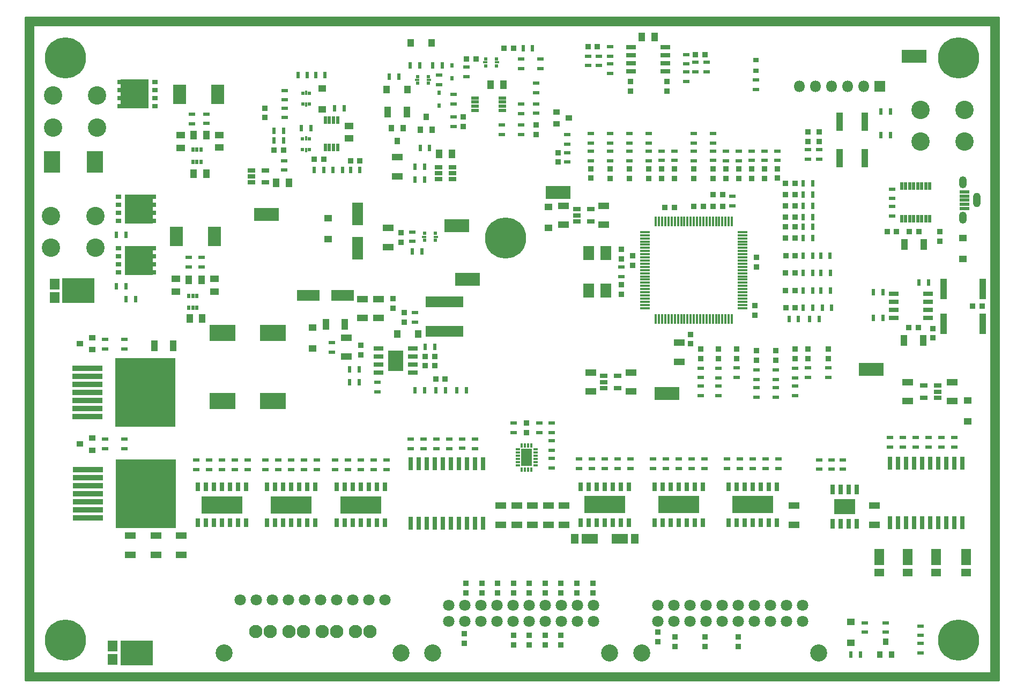
<source format=gbr>
G04 #@! TF.FileFunction,Soldermask,Top*
%FSLAX46Y46*%
G04 Gerber Fmt 4.6, Leading zero omitted, Abs format (unit mm)*
G04 Created by KiCad (PCBNEW 4.0.7) date 01/15/18 18:20:15*
%MOMM*%
%LPD*%
G01*
G04 APERTURE LIST*
%ADD10C,0.100000*%
%ADD11R,0.850000X0.900000*%
%ADD12R,0.900000X0.850000*%
%ADD13R,1.800000X2.200000*%
%ADD14R,0.500000X1.300000*%
%ADD15R,0.500000X0.750000*%
%ADD16R,1.160000X0.750000*%
%ADD17R,0.800000X0.350000*%
%ADD18R,0.350000X0.800000*%
%ADD19R,0.925000X1.425000*%
%ADD20R,1.200000X0.500000*%
%ADD21R,1.650000X0.700000*%
%ADD22R,0.700000X2.050000*%
%ADD23R,0.750000X1.410000*%
%ADD24R,6.500000X2.750000*%
%ADD25R,9.500000X10.900000*%
%ADD26R,4.700000X0.900000*%
%ADD27R,0.500000X1.200000*%
%ADD28R,0.600000X1.000000*%
%ADD29R,1.000000X0.600000*%
%ADD30R,1.000000X0.900000*%
%ADD31R,6.000000X1.700000*%
%ADD32R,1.300000X1.000000*%
%ADD33R,1.000000X1.300000*%
%ADD34R,0.900000X1.000000*%
%ADD35R,2.600000X3.400000*%
%ADD36R,1.100000X1.700000*%
%ADD37R,1.100000X1.350000*%
%ADD38R,1.350000X1.100000*%
%ADD39R,1.700000X1.100000*%
%ADD40R,1.700000X3.600000*%
%ADD41R,3.600000X1.700000*%
%ADD42R,0.475000X0.600000*%
%ADD43R,0.400000X0.750000*%
%ADD44R,0.600000X0.475000*%
%ADD45R,0.750000X0.400000*%
%ADD46R,0.900000X0.800000*%
%ADD47R,4.390000X4.600000*%
%ADD48R,1.700000X1.650000*%
%ADD49R,1.300000X1.650000*%
%ADD50R,1.800000X1.800000*%
%ADD51O,1.800000X1.800000*%
%ADD52R,0.550000X0.700000*%
%ADD53C,2.900000*%
%ADD54R,4.100000X2.600000*%
%ADD55R,0.900000X0.700000*%
%ADD56R,1.600000X2.500000*%
%ADD57R,1.600000X1.150000*%
%ADD58R,2.500000X1.600000*%
%ADD59R,1.150000X1.600000*%
%ADD60C,6.500000*%
%ADD61C,0.900000*%
%ADD62R,1.100000X2.850000*%
%ADD63C,1.800000*%
%ADD64C,2.700000*%
%ADD65R,1.600000X0.400000*%
%ADD66R,0.400000X1.600000*%
%ADD67R,1.300000X1.700000*%
%ADD68R,0.700000X1.650000*%
%ADD69R,1.700000X1.300000*%
%ADD70R,2.098980X3.099740*%
%ADD71R,1.500000X1.700000*%
%ADD72R,5.060000X3.900000*%
%ADD73R,2.000000X1.800000*%
%ADD74R,0.700000X2.500000*%
%ADD75C,2.100000*%
%ADD76R,3.900000X2.100000*%
%ADD77R,1.100000X3.300000*%
%ADD78R,1.600000X0.550000*%
%ADD79O,1.200000X1.900000*%
%ADD80O,1.200000X2.300000*%
%ADD81C,0.254000*%
G04 APERTURE END LIST*
D10*
D11*
X137000000Y47750000D03*
X137000000Y49250000D03*
D12*
X113714000Y72156000D03*
X115214000Y72156000D03*
D13*
X85334000Y55260000D03*
X85334000Y61160000D03*
X82634000Y61160000D03*
X82634000Y55260000D03*
D14*
X136498500Y71732000D03*
X135863500Y71732000D03*
X135228500Y71732000D03*
X134593500Y71732000D03*
X133958500Y71732000D03*
X133323500Y71732000D03*
X132688500Y71732000D03*
X132053500Y71732000D03*
X132053500Y66532000D03*
X132688500Y66532000D03*
X133323500Y66532000D03*
X133958500Y66532000D03*
X134593500Y66532000D03*
X135228500Y66532000D03*
X135863500Y66532000D03*
X136498500Y66532000D03*
D15*
X19453000Y52500000D03*
X20753000Y52500000D03*
X20103000Y54400000D03*
X20103000Y52500000D03*
X20753000Y54400000D03*
X19453000Y54400000D03*
D16*
X58893000Y74706000D03*
X58893000Y73756000D03*
X58893000Y72806000D03*
X61093000Y72806000D03*
X61093000Y74706000D03*
X61093000Y73756000D03*
D17*
X71405000Y30119000D03*
X71405000Y29619000D03*
X71405000Y29119000D03*
X71405000Y28619000D03*
X71405000Y28119000D03*
X71405000Y27619000D03*
D18*
X72055000Y26969000D03*
X72555000Y26969000D03*
X73055000Y26969000D03*
X73555000Y26969000D03*
D17*
X74205000Y27619000D03*
X74205000Y28119000D03*
X74205000Y28619000D03*
X74205000Y29119000D03*
X74205000Y29619000D03*
X74205000Y30119000D03*
D18*
X73555000Y30769000D03*
X73055000Y30769000D03*
X72555000Y30769000D03*
X72055000Y30769000D03*
D19*
X73217500Y28206500D03*
X73217500Y29531500D03*
X72392500Y28206500D03*
X72392500Y29531500D03*
D20*
X64701000Y85653000D03*
X64701000Y85003000D03*
X64701000Y84353000D03*
X64701000Y83703000D03*
X69001000Y83703000D03*
X69001000Y84353000D03*
X69001000Y85003000D03*
X69001000Y85653000D03*
D16*
X80768000Y68050000D03*
X80768000Y67100000D03*
X80768000Y66150000D03*
X82968000Y66150000D03*
X82968000Y68050000D03*
X84964000Y41718000D03*
X84964000Y40768000D03*
X84964000Y39818000D03*
X87164000Y39818000D03*
X87164000Y41718000D03*
D21*
X130800000Y54741001D03*
X130800000Y53471001D03*
X130800000Y52201001D03*
X130800000Y50931001D03*
X136200000Y50931001D03*
X136200000Y52201001D03*
X136200000Y53471001D03*
X136200000Y54741001D03*
D22*
X141642000Y27984000D03*
X140372000Y27984000D03*
X139102000Y27984000D03*
X137832000Y27984000D03*
X136562000Y27984000D03*
X135292000Y27984000D03*
X134022000Y27984000D03*
X132752000Y27984000D03*
X131482000Y27984000D03*
X130212000Y27984000D03*
X130212000Y18584000D03*
X131482000Y18584000D03*
X132752000Y18584000D03*
X134022000Y18584000D03*
X135292000Y18584000D03*
X136562000Y18584000D03*
X137832000Y18584000D03*
X139102000Y18584000D03*
X140372000Y18584000D03*
X141642000Y18584000D03*
D23*
X100621000Y18560000D03*
X100621000Y24250000D03*
X99351000Y18560000D03*
X99351000Y24250000D03*
X98081000Y18560000D03*
X98081000Y24250000D03*
X96811000Y18560000D03*
X96811000Y24250000D03*
X95541000Y18560000D03*
X95541000Y24250000D03*
X94271000Y18560000D03*
X94271000Y24250000D03*
X93001000Y18560000D03*
X93001000Y24250000D03*
D24*
X96811000Y21405000D03*
D23*
X112330000Y18560000D03*
X112330000Y24250000D03*
X111060000Y18560000D03*
X111060000Y24250000D03*
X109790000Y18560000D03*
X109790000Y24250000D03*
X108520000Y18560000D03*
X108520000Y24250000D03*
X107250000Y18560000D03*
X107250000Y24250000D03*
X105980000Y18560000D03*
X105980000Y24250000D03*
X104710000Y18560000D03*
X104710000Y24250000D03*
D24*
X108520000Y21405000D03*
D23*
X88937000Y18560000D03*
X88937000Y24250000D03*
X87667000Y18560000D03*
X87667000Y24250000D03*
X86397000Y18560000D03*
X86397000Y24250000D03*
X85127000Y18560000D03*
X85127000Y24250000D03*
X83857000Y18560000D03*
X83857000Y24250000D03*
X82587000Y18560000D03*
X82587000Y24250000D03*
X81317000Y18560000D03*
X81317000Y24250000D03*
D24*
X85127000Y21405000D03*
D23*
X50456000Y18535000D03*
X50456000Y24225000D03*
X49186000Y18535000D03*
X49186000Y24225000D03*
X47916000Y18535000D03*
X47916000Y24225000D03*
X46646000Y18535000D03*
X46646000Y24225000D03*
X45376000Y18535000D03*
X45376000Y24225000D03*
X44106000Y18535000D03*
X44106000Y24225000D03*
X42836000Y18535000D03*
X42836000Y24225000D03*
D24*
X46646000Y21380000D03*
D23*
X39407000Y18535000D03*
X39407000Y24225000D03*
X38137000Y18535000D03*
X38137000Y24225000D03*
X36867000Y18535000D03*
X36867000Y24225000D03*
X35597000Y18535000D03*
X35597000Y24225000D03*
X34327000Y18535000D03*
X34327000Y24225000D03*
X33057000Y18535000D03*
X33057000Y24225000D03*
X31787000Y18535000D03*
X31787000Y24225000D03*
D24*
X35597000Y21380000D03*
D23*
X28485000Y18535000D03*
X28485000Y24225000D03*
X27215000Y18535000D03*
X27215000Y24225000D03*
X25945000Y18535000D03*
X25945000Y24225000D03*
X24675000Y18535000D03*
X24675000Y24225000D03*
X23405000Y18535000D03*
X23405000Y24225000D03*
X22135000Y18535000D03*
X22135000Y24225000D03*
X20865000Y18535000D03*
X20865000Y24225000D03*
D24*
X24675000Y21380000D03*
D25*
X12616000Y39160000D03*
D26*
X3466000Y36620000D03*
X3466000Y37890000D03*
X3466000Y40430000D03*
X3466000Y41700000D03*
X3466000Y42970000D03*
X3466000Y39160000D03*
X3466000Y35350000D03*
D25*
X12683000Y23158000D03*
D26*
X3533000Y20618000D03*
X3533000Y21888000D03*
X3533000Y24428000D03*
X3533000Y25698000D03*
X3533000Y26968000D03*
X3533000Y23158000D03*
X3533000Y19348000D03*
D22*
X65950000Y27859000D03*
X64680000Y27859000D03*
X63410000Y27859000D03*
X62140000Y27859000D03*
X60870000Y27859000D03*
X59600000Y27859000D03*
X58330000Y27859000D03*
X57060000Y27859000D03*
X55790000Y27859000D03*
X54520000Y27859000D03*
X54520000Y18459000D03*
X55790000Y18459000D03*
X57060000Y18459000D03*
X58330000Y18459000D03*
X59600000Y18459000D03*
X60870000Y18459000D03*
X62140000Y18459000D03*
X63410000Y18459000D03*
X64680000Y18459000D03*
X65950000Y18459000D03*
D15*
X20088000Y75548000D03*
X21388000Y75548000D03*
X20738000Y77448000D03*
X20738000Y75548000D03*
X21388000Y77448000D03*
X20088000Y77448000D03*
D27*
X41025000Y77850000D03*
X41675000Y77850000D03*
X42325000Y77850000D03*
X42975000Y77850000D03*
X42975000Y82150000D03*
X42325000Y82150000D03*
X41675000Y82150000D03*
X41025000Y82150000D03*
D28*
X51103000Y88996000D03*
X52603000Y88996000D03*
D29*
X109122000Y38414000D03*
X109122000Y39914000D03*
X19468000Y60484000D03*
X19468000Y58984000D03*
X21500000Y60484000D03*
X21500000Y58984000D03*
X63295000Y89008000D03*
X63295000Y90508000D03*
X96176000Y77260000D03*
X96176000Y75760000D03*
D28*
X9538000Y55924000D03*
X8038000Y55924000D03*
X9538000Y64052000D03*
X8038000Y64052000D03*
X11074000Y53892000D03*
X9574000Y53892000D03*
D29*
X61263000Y82622000D03*
X61263000Y81122000D03*
X61263000Y86178000D03*
X61263000Y84678000D03*
D28*
X57961000Y90774000D03*
X59461000Y90774000D03*
X54405000Y90774000D03*
X55905000Y90774000D03*
X55179000Y72740000D03*
X56679000Y72740000D03*
X55179000Y74772000D03*
X56679000Y74772000D03*
D29*
X71931000Y90290000D03*
X71931000Y91790000D03*
X74979000Y90290000D03*
X74979000Y91790000D03*
D28*
X72250000Y93500000D03*
X73750000Y93500000D03*
X57500000Y77750000D03*
X56000000Y77750000D03*
D29*
X74299126Y88000588D03*
X74299126Y86500588D03*
X74299126Y84710588D03*
X74299126Y83210588D03*
X71931000Y84678000D03*
X71931000Y83178000D03*
X68883000Y81364000D03*
X68883000Y79864000D03*
X71931000Y79864000D03*
X71931000Y81364000D03*
D28*
X115750000Y50750000D03*
X114250000Y50750000D03*
D29*
X94144000Y77260000D03*
X94144000Y75760000D03*
D28*
X117536000Y50750000D03*
X119036000Y50750000D03*
D29*
X70776000Y34310000D03*
X70776000Y32810000D03*
X74840000Y34322000D03*
X74840000Y32822000D03*
X76745000Y34322000D03*
X76745000Y32822000D03*
X76745000Y31528000D03*
X76745000Y30028000D03*
X76745000Y28734000D03*
X76745000Y27234000D03*
X117250000Y41536000D03*
X117250000Y43036000D03*
X120500000Y41536000D03*
X120500000Y43036000D03*
X115218000Y38664000D03*
X115218000Y40164000D03*
X112170000Y38414000D03*
X112170000Y39914000D03*
X102272000Y80030000D03*
X102272000Y78530000D03*
X82968000Y80042000D03*
X82968000Y78542000D03*
X109122000Y41208000D03*
X109122000Y42708000D03*
X115218000Y41458000D03*
X115218000Y42958000D03*
X112170000Y41208000D03*
X112170000Y42708000D03*
D28*
X42500000Y84000000D03*
X44000000Y84000000D03*
D29*
X34580000Y84050000D03*
X34580000Y82550000D03*
D28*
X56675000Y39446000D03*
X55175000Y39446000D03*
X59977000Y39446000D03*
X58477000Y39446000D03*
X63279000Y39446000D03*
X61779000Y39446000D03*
X118000000Y52500000D03*
X116500000Y52500000D03*
X121000000Y52500000D03*
X119500000Y52500000D03*
D29*
X55163000Y50253000D03*
X55163000Y51753000D03*
D28*
X58326000Y46304000D03*
X56826000Y46304000D03*
X54778000Y61429000D03*
X56278000Y61429000D03*
D29*
X54778000Y64477000D03*
X54778000Y62977000D03*
X49250000Y40750000D03*
X49250000Y39250000D03*
X92112000Y78530000D03*
X92112000Y80030000D03*
X89064000Y78542000D03*
X89064000Y80042000D03*
D28*
X130250000Y79750000D03*
X128750000Y79750000D03*
X130250000Y83500000D03*
X128750000Y83500000D03*
X129097000Y54960000D03*
X127597000Y54960000D03*
X136250000Y56500000D03*
X134750000Y56500000D03*
X129097000Y50896000D03*
X127597000Y50896000D03*
D29*
X138340000Y30536000D03*
X138340000Y32036000D03*
X134276000Y30536000D03*
X134276000Y32036000D03*
X140372000Y30536000D03*
X140372000Y32036000D03*
X132244000Y30536000D03*
X132244000Y32036000D03*
X130212000Y30536000D03*
X130212000Y32036000D03*
X136308000Y30536000D03*
X136308000Y32036000D03*
X119000000Y28500000D03*
X119000000Y27000000D03*
X121000000Y27000000D03*
X121000000Y28500000D03*
X96811000Y28607000D03*
X96811000Y27107000D03*
X98843000Y27107000D03*
X98843000Y28607000D03*
X100875000Y27107000D03*
X100875000Y28607000D03*
X108495000Y28607000D03*
X108495000Y27107000D03*
X110527000Y27107000D03*
X110527000Y28607000D03*
X112559000Y27107000D03*
X112559000Y28607000D03*
X112432000Y77260000D03*
X112432000Y75760000D03*
X122750000Y27000000D03*
X122750000Y28500000D03*
X108368000Y77260000D03*
X108368000Y75760000D03*
X94779000Y27107000D03*
X94779000Y28607000D03*
X92747000Y27107000D03*
X92747000Y28607000D03*
X106336000Y77248000D03*
X106336000Y75748000D03*
X106463000Y27119000D03*
X106463000Y28619000D03*
X104431000Y27107000D03*
X104431000Y28607000D03*
X92112000Y77248000D03*
X92112000Y75748000D03*
X89064000Y77248000D03*
X89064000Y75748000D03*
X85127000Y28607000D03*
X85127000Y27107000D03*
X87159000Y27107000D03*
X87159000Y28607000D03*
X99224000Y80030000D03*
X99224000Y78530000D03*
X99224000Y77236000D03*
X99224000Y75736000D03*
X102272000Y77260000D03*
X102272000Y75760000D03*
D28*
X117996000Y70378000D03*
X116496000Y70378000D03*
D29*
X89191000Y27107000D03*
X89191000Y28607000D03*
X46646000Y28480000D03*
X46646000Y26980000D03*
X48678000Y26980000D03*
X48678000Y28480000D03*
X50710000Y26980000D03*
X50710000Y28480000D03*
X35597000Y28480000D03*
X35597000Y26980000D03*
X37629000Y26980000D03*
X37629000Y28480000D03*
X39661000Y26980000D03*
X39661000Y28480000D03*
X24675000Y28480000D03*
X24675000Y26980000D03*
X26707000Y26980000D03*
X26707000Y28480000D03*
X28739000Y26980000D03*
X28739000Y28480000D03*
X110400000Y77260000D03*
X110400000Y75760000D03*
X44614000Y26980000D03*
X44614000Y28480000D03*
X42582000Y26980000D03*
X42582000Y28480000D03*
D28*
X118008000Y66822000D03*
X116508000Y66822000D03*
D29*
X33565000Y26980000D03*
X33565000Y28480000D03*
X31533000Y26968000D03*
X31533000Y28468000D03*
D28*
X118020000Y68600000D03*
X116520000Y68600000D03*
D29*
X22643000Y26980000D03*
X22643000Y28480000D03*
X20611000Y26980000D03*
X20611000Y28480000D03*
X9308000Y47530000D03*
X9308000Y46030000D03*
X9308000Y31782000D03*
X9308000Y30282000D03*
D28*
X118008000Y65294000D03*
X116508000Y65294000D03*
X117996000Y63516000D03*
X116496000Y63516000D03*
D29*
X62648000Y30294000D03*
X62648000Y31794000D03*
X58584000Y30282000D03*
X58584000Y31782000D03*
X64680000Y30282000D03*
X64680000Y31782000D03*
X56552000Y30270000D03*
X56552000Y31770000D03*
X54520000Y30282000D03*
X54520000Y31782000D03*
X60616000Y30270000D03*
X60616000Y31770000D03*
X6260000Y46030000D03*
X6260000Y47530000D03*
X6260000Y30270000D03*
X6260000Y31770000D03*
D28*
X46388000Y40716000D03*
X44888000Y40716000D03*
X44888000Y42748000D03*
X46388000Y42748000D03*
X118020000Y72156000D03*
X116520000Y72156000D03*
D29*
X83095000Y27107000D03*
X83095000Y28607000D03*
X81063000Y27095000D03*
X81063000Y28595000D03*
X86016000Y77248000D03*
X86016000Y75748000D03*
D28*
X32898000Y78894000D03*
X34398000Y78894000D03*
X34398000Y80418000D03*
X32898000Y80418000D03*
D29*
X19976000Y83090000D03*
X19976000Y81590000D03*
X22262000Y83102000D03*
X22262000Y81602000D03*
D28*
X39250000Y74250000D03*
X40750000Y74250000D03*
D29*
X104304000Y77248000D03*
X104304000Y75748000D03*
X82968000Y77248000D03*
X82968000Y75748000D03*
D28*
X38196000Y89264000D03*
X36696000Y89264000D03*
X40990000Y89264000D03*
X39490000Y89264000D03*
X45000000Y74250000D03*
X46500000Y74250000D03*
X42250000Y74250000D03*
X43750000Y74250000D03*
X38716000Y80882000D03*
X37216000Y80882000D03*
D29*
X34580000Y86844000D03*
X34580000Y85344000D03*
X79208000Y77000000D03*
X79208000Y75500000D03*
X79208000Y79818001D03*
X79208000Y78318001D03*
X34500000Y75750000D03*
X34500000Y74250000D03*
X87794000Y57460000D03*
X87794000Y58960000D03*
D30*
X4228000Y45896000D03*
X4228000Y47796000D03*
X2228000Y46846000D03*
X4228000Y30016000D03*
X4228000Y31916000D03*
X2228000Y30966000D03*
D31*
X59862000Y48780000D03*
X59862000Y53480000D03*
D29*
X42082000Y45500000D03*
X42082000Y47000000D03*
X105320000Y68636000D03*
X105320000Y70136000D03*
D32*
X141750000Y60200000D03*
X141750000Y63500000D03*
D33*
X50723000Y86964000D03*
X54023000Y86964000D03*
X54533000Y94330000D03*
X57833000Y94330000D03*
D34*
X53323000Y80852000D03*
X51423000Y80852000D03*
X52373000Y78852000D03*
D35*
X-2150000Y75500000D03*
X4650000Y75500000D03*
D32*
X40500000Y87150000D03*
X40500000Y83850000D03*
X41500000Y66650000D03*
X41500000Y63350000D03*
X39000000Y49400000D03*
X39000000Y46100000D03*
D12*
X134685000Y49372000D03*
X133185000Y49372000D03*
X134772000Y64560000D03*
X133272000Y64560000D03*
D36*
X132522000Y62528000D03*
X135522000Y62528000D03*
D11*
X138086000Y63048000D03*
X138086000Y64548000D03*
X53000000Y62826000D03*
X53000000Y64326000D03*
X115206000Y46006000D03*
X115206000Y44506000D03*
D37*
X19611000Y50844000D03*
X21611000Y50844000D03*
D38*
X17436000Y57051000D03*
X17436000Y55051000D03*
X23532000Y57051000D03*
X23532000Y55051000D03*
D37*
X19484000Y56940000D03*
X21484000Y56940000D03*
D11*
X96176000Y72954000D03*
X96176000Y74454000D03*
D12*
X63307000Y91790000D03*
X64807000Y91790000D03*
D11*
X62787000Y81134000D03*
X62787000Y82634000D03*
D36*
X50873000Y83408000D03*
X53873000Y83408000D03*
D39*
X52373000Y76272000D03*
X52373000Y73272000D03*
D11*
X74299126Y79896588D03*
X74299126Y81396588D03*
X94144000Y72954000D03*
X94144000Y74454000D03*
X72808000Y34310000D03*
X72808000Y32810000D03*
X99224000Y72942000D03*
X99224000Y74442000D03*
X93500000Y-250000D03*
X93500000Y1250000D03*
X102272000Y72954000D03*
X102272000Y74454000D03*
X96250000Y-1000000D03*
X96250000Y500000D03*
D12*
X96164000Y68370000D03*
X94664000Y68370000D03*
D11*
X112170000Y45756000D03*
X112170000Y44256000D03*
D12*
X70750000Y93500000D03*
X69250000Y93500000D03*
D39*
X49448000Y53900000D03*
X49448000Y50900000D03*
X46908000Y53900000D03*
X46908000Y50900000D03*
D11*
X51734000Y52412000D03*
X51734000Y53912000D03*
D12*
X58465000Y41224000D03*
X59965000Y41224000D03*
X113750000Y52500000D03*
X115250000Y52500000D03*
X58326000Y44780000D03*
X56826000Y44780000D03*
D11*
X53512000Y50241000D03*
X53512000Y51741000D03*
D39*
X85000000Y68600000D03*
X85000000Y65600000D03*
X50968000Y65088000D03*
X50968000Y62088000D03*
X78650000Y68600000D03*
X78650000Y65600000D03*
D36*
X132435000Y47340000D03*
X135435000Y47340000D03*
D11*
X112432000Y72966000D03*
X112432000Y74466000D03*
X108368000Y72954000D03*
X108368000Y74454000D03*
X106336000Y72954000D03*
X106336000Y74454000D03*
X101000000Y-1000000D03*
X101000000Y500000D03*
X106250000Y-1000000D03*
X106250000Y500000D03*
X92112000Y72954000D03*
X92112000Y74454000D03*
X89064000Y72942000D03*
X89064000Y74442000D03*
D12*
X102284000Y70402000D03*
X103784000Y70402000D03*
X113714000Y70378000D03*
X115214000Y70378000D03*
D11*
X110400000Y72954000D03*
X110400000Y74454000D03*
D12*
X113714000Y66822000D03*
X115214000Y66822000D03*
X113714000Y68600000D03*
X115214000Y68600000D03*
X113714000Y65294000D03*
X115214000Y65294000D03*
X113714000Y63516000D03*
X115214000Y63516000D03*
D40*
X46142000Y67304000D03*
X46142000Y61904000D03*
D12*
X58326000Y43383000D03*
X56826000Y43383000D03*
D11*
X46654000Y46546000D03*
X46654000Y45046000D03*
D39*
X44368000Y44804000D03*
X44368000Y47804000D03*
X89282000Y42268000D03*
X89282000Y39268000D03*
D36*
X41090000Y49860000D03*
X44090000Y49860000D03*
D41*
X38366000Y54432000D03*
X43766000Y54432000D03*
D39*
X82932000Y42292000D03*
X82932000Y39292000D03*
D11*
X31500000Y84050000D03*
X31500000Y82550000D03*
D37*
X20230000Y73704000D03*
X22230000Y73704000D03*
D12*
X34398000Y77370000D03*
X32898000Y77370000D03*
D38*
X18198000Y79784000D03*
X18198000Y77784000D03*
X24294000Y79800000D03*
X24294000Y77800000D03*
D37*
X20246000Y79800000D03*
X22246000Y79800000D03*
D11*
X104304000Y72954000D03*
X104304000Y74454000D03*
D12*
X40750000Y76000000D03*
X39250000Y76000000D03*
X46500000Y75750000D03*
X45000000Y75750000D03*
D11*
X77750000Y75500000D03*
X77750000Y77000000D03*
D39*
X96938000Y47000000D03*
X96938000Y44000000D03*
D12*
X102284000Y68500000D03*
X103784000Y68500000D03*
D11*
X89572000Y60738000D03*
X89572000Y59238000D03*
X109130000Y58984000D03*
X109130000Y60484000D03*
X108876000Y51364000D03*
X108876000Y52864000D03*
X87794000Y61754000D03*
X87794000Y60254000D03*
X87794000Y54666000D03*
X87794000Y56166000D03*
X98716000Y46804000D03*
X98716000Y48304000D03*
D12*
X100736000Y68500000D03*
X99236000Y68500000D03*
D42*
X37462500Y84650000D03*
X38537500Y84650000D03*
D43*
X38000000Y86425000D03*
X38000000Y84575000D03*
D42*
X38537500Y86350000D03*
X37462500Y86350000D03*
X37416500Y77492000D03*
X38491500Y77492000D03*
D43*
X37954000Y79267000D03*
X37954000Y77417000D03*
D42*
X38491500Y79192000D03*
X37416500Y79192000D03*
D44*
X66343000Y91790000D03*
X66343000Y90715000D03*
D45*
X68118000Y91252500D03*
X66268000Y91252500D03*
D44*
X68043000Y90715000D03*
X68043000Y91790000D03*
X57287000Y87950500D03*
X57287000Y89025500D03*
D45*
X55512000Y88488000D03*
X57362000Y88488000D03*
D44*
X55587000Y89025500D03*
X55587000Y87950500D03*
D46*
X8336000Y70026000D03*
X8336000Y68756000D03*
X8336000Y67476000D03*
X8336000Y66206000D03*
X13836000Y66206000D03*
X13836000Y67476000D03*
X13836000Y68756000D03*
X13836000Y70026000D03*
D47*
X11586000Y68116000D03*
D48*
X12336000Y69206000D03*
X12336000Y67026000D03*
D49*
X10336000Y69206000D03*
X10336000Y67026000D03*
D46*
X8344000Y61898000D03*
X8344000Y60628000D03*
X8344000Y59348000D03*
X8344000Y58078000D03*
X13844000Y58078000D03*
X13844000Y59348000D03*
X13844000Y60628000D03*
X13844000Y61898000D03*
D47*
X11594000Y59988000D03*
D48*
X12344000Y61078000D03*
X12344000Y58898000D03*
D49*
X10344000Y61078000D03*
X10344000Y58898000D03*
D44*
X58422000Y63177500D03*
X58422000Y64252500D03*
D45*
X56647000Y63715000D03*
X58497000Y63715000D03*
D44*
X56722000Y64252500D03*
X56722000Y63177500D03*
D50*
X128620000Y87500000D03*
D51*
X126080000Y87500000D03*
X123540000Y87500000D03*
X121000000Y87500000D03*
X118460000Y87500000D03*
X115920000Y87500000D03*
D33*
X55670000Y48336000D03*
X52370000Y48336000D03*
D52*
X58977000Y84390000D03*
X58977000Y86490000D03*
X61009000Y88708000D03*
X61009000Y90808000D03*
D34*
X55995000Y80630000D03*
X57895000Y80630000D03*
X56945000Y82630000D03*
D28*
X117996000Y55194000D03*
X116496000Y55194000D03*
D29*
X58977000Y89250000D03*
X58977000Y87750000D03*
D11*
X109122000Y45756000D03*
X109122000Y44256000D03*
X63250000Y9000000D03*
X63250000Y7500000D03*
X65750000Y9000000D03*
X65750000Y7500000D03*
X68250000Y9000000D03*
X68250000Y7500000D03*
X70750000Y9000000D03*
X70750000Y7500000D03*
X73250000Y9000000D03*
X73250000Y7500000D03*
D12*
X113726000Y55194000D03*
X115226000Y55194000D03*
X113714000Y57992000D03*
X115214000Y57992000D03*
D11*
X75750000Y9000000D03*
X75750000Y7500000D03*
X78250000Y9000000D03*
X78250000Y7500000D03*
X103074000Y46006000D03*
X103074000Y44506000D03*
X100276000Y45994000D03*
X100276000Y44494000D03*
X80750000Y9000000D03*
X80750000Y7500000D03*
X83250000Y9000000D03*
X83250000Y7500000D03*
D28*
X117996000Y57992000D03*
X116496000Y57992000D03*
X120802000Y55194000D03*
X119302000Y55194000D03*
X120790000Y57992000D03*
X119290000Y57992000D03*
D29*
X103074000Y41458000D03*
X103074000Y42958000D03*
X100276000Y41470000D03*
X100276000Y42970000D03*
X103074000Y38664000D03*
X103074000Y40164000D03*
X100276000Y38664000D03*
X100276000Y40164000D03*
D11*
X82968000Y72966000D03*
X82968000Y74466000D03*
X86016000Y72954000D03*
X86016000Y74454000D03*
D46*
X14134000Y84362000D03*
X14134000Y85632000D03*
X14134000Y86912000D03*
X14134000Y88182000D03*
X8634000Y88182000D03*
X8634000Y86912000D03*
X8634000Y85632000D03*
X8634000Y84362000D03*
D47*
X10884000Y86272000D03*
D48*
X10134000Y85182000D03*
X10134000Y87362000D03*
D49*
X12134000Y85182000D03*
X12134000Y87362000D03*
D11*
X63000000Y-500000D03*
X63000000Y1000000D03*
X70750000Y-750000D03*
X70750000Y750000D03*
X73250000Y-750000D03*
X73250000Y750000D03*
D29*
X86016000Y80030000D03*
X86016000Y78530000D03*
D53*
X-2000000Y81000000D03*
X5000000Y81000000D03*
X-2000000Y86000000D03*
X5000000Y86000000D03*
X-2320000Y62020000D03*
X4680000Y62020000D03*
X-2320000Y67020000D03*
X4680000Y67020000D03*
X135000000Y78750000D03*
X142000000Y78750000D03*
X135000000Y83750000D03*
X142000000Y83750000D03*
D12*
X82500000Y93750000D03*
X84000000Y93750000D03*
X101000000Y92500000D03*
X99500000Y92500000D03*
D11*
X89250000Y86750000D03*
X89250000Y88250000D03*
X95000000Y86750000D03*
X95000000Y88250000D03*
D29*
X82500000Y90750000D03*
X82500000Y92250000D03*
X101250000Y89750000D03*
X101250000Y91250000D03*
X84250000Y92250000D03*
X84250000Y90750000D03*
X99500000Y91250000D03*
X99500000Y89750000D03*
X86000000Y92250000D03*
X86000000Y93750000D03*
X86000000Y89500000D03*
X86000000Y91000000D03*
X98000000Y91000000D03*
X98000000Y92500000D03*
X98000000Y88250000D03*
X98000000Y89750000D03*
D21*
X89300000Y93655000D03*
X89300000Y92385000D03*
X89300000Y91115000D03*
X89300000Y89845000D03*
X94700000Y89845000D03*
X94700000Y91115000D03*
X94700000Y92385000D03*
X94700000Y93655000D03*
D54*
X24750000Y37750000D03*
X32750000Y37750000D03*
X24750000Y48500000D03*
X32750000Y48500000D03*
D12*
X129750000Y64500000D03*
X131250000Y64500000D03*
X143250000Y52750000D03*
X144750000Y52750000D03*
D55*
X109000000Y89900000D03*
X109000000Y91600000D03*
D29*
X109000000Y87000000D03*
X109000000Y88500000D03*
X130500000Y69750000D03*
X130500000Y71250000D03*
X130500000Y68500000D03*
X130500000Y67000000D03*
D56*
X128500000Y13100000D03*
D57*
X128500000Y10725000D03*
D56*
X133000000Y13100000D03*
D57*
X133000000Y10725000D03*
D56*
X137500000Y13100000D03*
D57*
X137500000Y10725000D03*
D56*
X142250000Y13100000D03*
D57*
X142250000Y10725000D03*
D58*
X82750000Y16000000D03*
D59*
X80375000Y16000000D03*
D58*
X87500000Y16000000D03*
D59*
X89875000Y16000000D03*
D60*
X141000000Y0D03*
D61*
X143400000Y0D03*
X142697056Y-1697056D03*
X141000000Y-2400000D03*
X139302944Y-1697056D03*
X138600000Y0D03*
X139302944Y1697056D03*
X141000000Y2400000D03*
X142697056Y1697056D03*
D60*
X141000000Y92000000D03*
D61*
X143400000Y92000000D03*
X142697056Y90302944D03*
X141000000Y89600000D03*
X139302944Y90302944D03*
X138600000Y92000000D03*
X139302944Y93697056D03*
X141000000Y94400000D03*
X142697056Y93697056D03*
D60*
X69500000Y63500000D03*
D61*
X71900000Y63500000D03*
X71197056Y61802944D03*
X69500000Y61100000D03*
X67802944Y61802944D03*
X67100000Y63500000D03*
X67802944Y65197056D03*
X69500000Y65900000D03*
X71197056Y65197056D03*
D60*
X0Y0D03*
D61*
X2400000Y0D03*
X1697056Y-1697056D03*
X0Y-2400000D03*
X-1697056Y-1697056D03*
X-2400000Y0D03*
X-1697056Y1697056D03*
X0Y2400000D03*
X1697056Y1697056D03*
D60*
X0Y92000000D03*
D61*
X2400000Y92000000D03*
X1697056Y90302944D03*
X0Y89600000D03*
X-1697056Y90302944D03*
X-2400000Y92000000D03*
X-1697056Y93697056D03*
X0Y94400000D03*
X1697056Y93697056D03*
D62*
X122250000Y81880000D03*
X122250000Y76120000D03*
X126250000Y76120000D03*
X126250000Y81880000D03*
D30*
X77500000Y83450000D03*
X77500000Y81550000D03*
X79500000Y82500000D03*
D39*
X140000000Y37750000D03*
X140000000Y40750000D03*
X133000000Y37750000D03*
X133000000Y40750000D03*
D16*
X137750000Y38300000D03*
X137750000Y39250000D03*
X137750000Y40200000D03*
X135550000Y40200000D03*
X135550000Y38300000D03*
D63*
X93540000Y5540000D03*
X96080000Y5540000D03*
X98620000Y5540000D03*
X101160000Y5540000D03*
X103700000Y5540000D03*
X106240000Y5540000D03*
X108780000Y5540000D03*
X111320000Y5540000D03*
X113860000Y5540000D03*
X116400000Y5540000D03*
D64*
X91000000Y-2000000D03*
X118940000Y-2000000D03*
D63*
X93540000Y3000000D03*
X96080000Y3000000D03*
X98620000Y3000000D03*
X101160000Y3000000D03*
X103700000Y3000000D03*
X106240000Y3000000D03*
X108780000Y3000000D03*
X111320000Y3000000D03*
X113860000Y3000000D03*
X116400000Y3000000D03*
X60540000Y5540000D03*
X63080000Y5540000D03*
X65620000Y5540000D03*
X68160000Y5540000D03*
X70700000Y5540000D03*
X73240000Y5540000D03*
X75780000Y5540000D03*
X78320000Y5540000D03*
X80860000Y5540000D03*
X83400000Y5540000D03*
D64*
X58000000Y-2000000D03*
X85940000Y-2000000D03*
D63*
X60540000Y3000000D03*
X63080000Y3000000D03*
X65620000Y3000000D03*
X68160000Y3000000D03*
X70700000Y3000000D03*
X73240000Y3000000D03*
X75780000Y3000000D03*
X78320000Y3000000D03*
X80860000Y3000000D03*
X83400000Y3000000D03*
D38*
X44750000Y79250000D03*
X44750000Y81250000D03*
D37*
X60993000Y76804000D03*
X58993000Y76804000D03*
X67133000Y87726000D03*
X69133000Y87726000D03*
X93000000Y95250000D03*
X91000000Y95250000D03*
D11*
X117250000Y80250000D03*
X117250000Y78750000D03*
X119000000Y80250000D03*
X119000000Y78750000D03*
X78250000Y-750000D03*
X78250000Y750000D03*
X75750000Y-750000D03*
X75750000Y750000D03*
D39*
X127750000Y18250000D03*
X127750000Y21250000D03*
X71250000Y21250000D03*
X71250000Y18250000D03*
X78750000Y21250000D03*
X78750000Y18250000D03*
X115000000Y21250000D03*
X115000000Y18250000D03*
X68750000Y21250000D03*
X68750000Y18250000D03*
D36*
X17000000Y46500000D03*
X14000000Y46500000D03*
D39*
X73750000Y21250000D03*
X73750000Y18250000D03*
X14250000Y16500000D03*
X14250000Y13500000D03*
X10250000Y16500000D03*
X10250000Y13500000D03*
X76250000Y21250000D03*
X76250000Y18250000D03*
X18250000Y16500000D03*
X18250000Y13500000D03*
D29*
X117250000Y77500000D03*
X117250000Y76000000D03*
X119000000Y77500000D03*
X119000000Y76000000D03*
D65*
X106924000Y52464000D03*
X106924000Y52964000D03*
X106924000Y53464000D03*
X106924000Y53964000D03*
X106924000Y54464000D03*
X106924000Y54964000D03*
X106924000Y55464000D03*
X106924000Y55964000D03*
X106924000Y56464000D03*
X106924000Y56964000D03*
X106924000Y57464000D03*
X106924000Y57964000D03*
X106924000Y58464000D03*
X106924000Y58964000D03*
X106924000Y59464000D03*
X106924000Y59964000D03*
X106924000Y60464000D03*
X106924000Y60964000D03*
X106924000Y61464000D03*
X106924000Y61964000D03*
X106924000Y62464000D03*
X106924000Y62964000D03*
X106924000Y63464000D03*
X106924000Y63964000D03*
X106924000Y64464000D03*
D66*
X105224000Y66164000D03*
X104724000Y66164000D03*
X104224000Y66164000D03*
X103724000Y66164000D03*
X103224000Y66164000D03*
X102724000Y66164000D03*
X102224000Y66164000D03*
X101724000Y66164000D03*
X101224000Y66164000D03*
X100724000Y66164000D03*
X100224000Y66164000D03*
X99724000Y66164000D03*
X99224000Y66164000D03*
X98724000Y66164000D03*
X98224000Y66164000D03*
X97724000Y66164000D03*
X97224000Y66164000D03*
X96724000Y66164000D03*
X96224000Y66164000D03*
X95724000Y66164000D03*
X95224000Y66164000D03*
X94724000Y66164000D03*
X94224000Y66164000D03*
X93724000Y66164000D03*
X93224000Y66164000D03*
D65*
X91524000Y64464000D03*
X91524000Y63964000D03*
X91524000Y63464000D03*
X91524000Y62964000D03*
X91524000Y62464000D03*
X91524000Y61964000D03*
X91524000Y61464000D03*
X91524000Y60964000D03*
X91524000Y60464000D03*
X91524000Y59964000D03*
X91524000Y59464000D03*
X91524000Y58964000D03*
X91524000Y58464000D03*
X91524000Y57964000D03*
X91524000Y57464000D03*
X91524000Y56964000D03*
X91524000Y56464000D03*
X91524000Y55964000D03*
X91524000Y55464000D03*
X91524000Y54964000D03*
X91524000Y54464000D03*
X91524000Y53964000D03*
X91524000Y53464000D03*
X91524000Y52964000D03*
X91524000Y52464000D03*
D66*
X93224000Y50764000D03*
X93724000Y50764000D03*
X94224000Y50764000D03*
X94724000Y50764000D03*
X95224000Y50764000D03*
X95724000Y50764000D03*
X96224000Y50764000D03*
X96724000Y50764000D03*
X97224000Y50764000D03*
X97724000Y50764000D03*
X98224000Y50764000D03*
X98724000Y50764000D03*
X99224000Y50764000D03*
X99724000Y50764000D03*
X100224000Y50764000D03*
X100724000Y50764000D03*
X101224000Y50764000D03*
X101724000Y50764000D03*
X102224000Y50764000D03*
X102724000Y50764000D03*
X103224000Y50764000D03*
X103724000Y50764000D03*
X104224000Y50764000D03*
X104724000Y50764000D03*
X105224000Y50764000D03*
D21*
X49455000Y46039000D03*
X49455000Y44769000D03*
X49455000Y43499000D03*
X49455000Y42229000D03*
X54855000Y42229000D03*
X54855000Y43499000D03*
X54855000Y44769000D03*
X54855000Y46039000D03*
D67*
X52755000Y43334000D03*
X52755000Y44934000D03*
X51555000Y43334000D03*
X51555000Y44934000D03*
D68*
X124955000Y23800000D03*
X123685000Y23800000D03*
X122415000Y23800000D03*
X121145000Y23800000D03*
X121145000Y18400000D03*
X122415000Y18400000D03*
X123685000Y18400000D03*
X124955000Y18400000D03*
D69*
X122250000Y20500000D03*
X123850000Y20500000D03*
X122250000Y21700000D03*
X123850000Y21700000D03*
D11*
X120500000Y46000000D03*
X120500000Y44500000D03*
X117250000Y46000000D03*
X117250000Y44500000D03*
D32*
X76250000Y68400000D03*
X76250000Y65100000D03*
X142500000Y37900000D03*
X142500000Y34600000D03*
D12*
X113750000Y60750000D03*
X115250000Y60750000D03*
D11*
X106000000Y46000000D03*
X106000000Y44500000D03*
D32*
X124000000Y2900000D03*
X124000000Y-400000D03*
D34*
X128550000Y-2250000D03*
X130450000Y-2250000D03*
X129500000Y-250000D03*
D29*
X126250000Y2750000D03*
X126250000Y1250000D03*
D28*
X125500000Y-2250000D03*
X124000000Y-2250000D03*
D29*
X129500000Y2750000D03*
X129500000Y1250000D03*
D28*
X116500000Y60750000D03*
X118000000Y60750000D03*
X119250000Y60750000D03*
X120750000Y60750000D03*
D29*
X135000000Y2250000D03*
X135000000Y750000D03*
X135000000Y-500000D03*
X135000000Y-2000000D03*
X106000000Y43000000D03*
X106000000Y41500000D03*
D70*
X23483740Y63798000D03*
X17484260Y63798000D03*
D71*
X7450000Y-3065000D03*
X7450000Y-935000D03*
D72*
X11250000Y-2000000D03*
D73*
X11950000Y-2935000D03*
X11950000Y-1035000D03*
X9850000Y-1035000D03*
X9850000Y-2935000D03*
D74*
X13350000Y-1985000D03*
D71*
X-1750000Y54120000D03*
X-1750000Y56250000D03*
D72*
X2050000Y55185000D03*
D73*
X2750000Y54250000D03*
X2750000Y56150000D03*
X650000Y56150000D03*
X650000Y54250000D03*
D74*
X4150000Y55200000D03*
D70*
X23991740Y86175400D03*
X17992260Y86175400D03*
D63*
X27600000Y6360000D03*
X30140000Y6360000D03*
X32680000Y6360000D03*
X35220000Y6360000D03*
X37760000Y6360000D03*
X40300000Y6360000D03*
X42840000Y6360000D03*
X45380000Y6360000D03*
X47920000Y6360000D03*
X50460000Y6360000D03*
D75*
X30005000Y1360000D03*
X32305000Y1360000D03*
X35255000Y1360000D03*
X37555000Y1360000D03*
X40505000Y1360000D03*
X42805000Y1360000D03*
X45755000Y1360000D03*
X48055000Y1360000D03*
D64*
X25060000Y-2000000D03*
X53000000Y-2000000D03*
D76*
X31750000Y67250000D03*
X61750000Y65500000D03*
X95000000Y39000000D03*
X63500000Y57000000D03*
X77750000Y70750000D03*
X127250000Y42750000D03*
X134000000Y92250000D03*
D37*
X35250000Y72250000D03*
X33250000Y72250000D03*
D16*
X29400000Y74200000D03*
X29400000Y73250000D03*
X29400000Y72300000D03*
X31600000Y72300000D03*
X31600000Y74200000D03*
D77*
X144850000Y55500000D03*
X138650000Y55500000D03*
X138650000Y50000000D03*
X144850000Y50000000D03*
D78*
X142000000Y69500000D03*
X142000000Y70150000D03*
X142000000Y68850000D03*
X142000000Y70800000D03*
X142000000Y68200000D03*
D79*
X141750000Y66700000D03*
X141750000Y72300000D03*
D80*
X143900000Y69500000D03*
D81*
G36*
X147373000Y-6373000D02*
X-6373000Y-6373000D01*
X-6373000Y97000000D01*
X-5127000Y97000000D01*
X-5127000Y-5000000D01*
X-5116994Y-5049410D01*
X-5088553Y-5091035D01*
X-5046159Y-5118315D01*
X-5000000Y-5127000D01*
X146000000Y-5127000D01*
X146049410Y-5116994D01*
X146091035Y-5088553D01*
X146118315Y-5046159D01*
X146127000Y-5000000D01*
X146127000Y97000000D01*
X146116994Y97049410D01*
X146088553Y97091035D01*
X146046159Y97118315D01*
X146000000Y97127000D01*
X-5000000Y97127000D01*
X-5049410Y97116994D01*
X-5091035Y97088553D01*
X-5118315Y97046159D01*
X-5127000Y97000000D01*
X-6373000Y97000000D01*
X-6373000Y98373000D01*
X147373000Y98373000D01*
X147373000Y-6373000D01*
X147373000Y-6373000D01*
G37*
X147373000Y-6373000D02*
X-6373000Y-6373000D01*
X-6373000Y97000000D01*
X-5127000Y97000000D01*
X-5127000Y-5000000D01*
X-5116994Y-5049410D01*
X-5088553Y-5091035D01*
X-5046159Y-5118315D01*
X-5000000Y-5127000D01*
X146000000Y-5127000D01*
X146049410Y-5116994D01*
X146091035Y-5088553D01*
X146118315Y-5046159D01*
X146127000Y-5000000D01*
X146127000Y97000000D01*
X146116994Y97049410D01*
X146088553Y97091035D01*
X146046159Y97118315D01*
X146000000Y97127000D01*
X-5000000Y97127000D01*
X-5049410Y97116994D01*
X-5091035Y97088553D01*
X-5118315Y97046159D01*
X-5127000Y97000000D01*
X-6373000Y97000000D01*
X-6373000Y98373000D01*
X147373000Y98373000D01*
X147373000Y-6373000D01*
M02*

</source>
